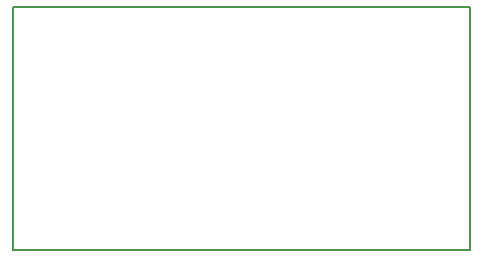
<source format=gbo>
G04 MADE WITH FRITZING*
G04 WWW.FRITZING.ORG*
G04 DOUBLE SIDED*
G04 HOLES PLATED*
G04 CONTOUR ON CENTER OF CONTOUR VECTOR*
%ASAXBY*%
%FSLAX23Y23*%
%MOIN*%
%OFA0B0*%
%SFA1.0B1.0*%
%ADD10R,1.531400X0.816819X1.515400X0.800819*%
%ADD11C,0.008000*%
%LNSILK0*%
G90*
G70*
G54D11*
X4Y813D02*
X1527Y813D01*
X1527Y4D01*
X4Y4D01*
X4Y813D01*
D02*
G04 End of Silk0*
M02*
</source>
